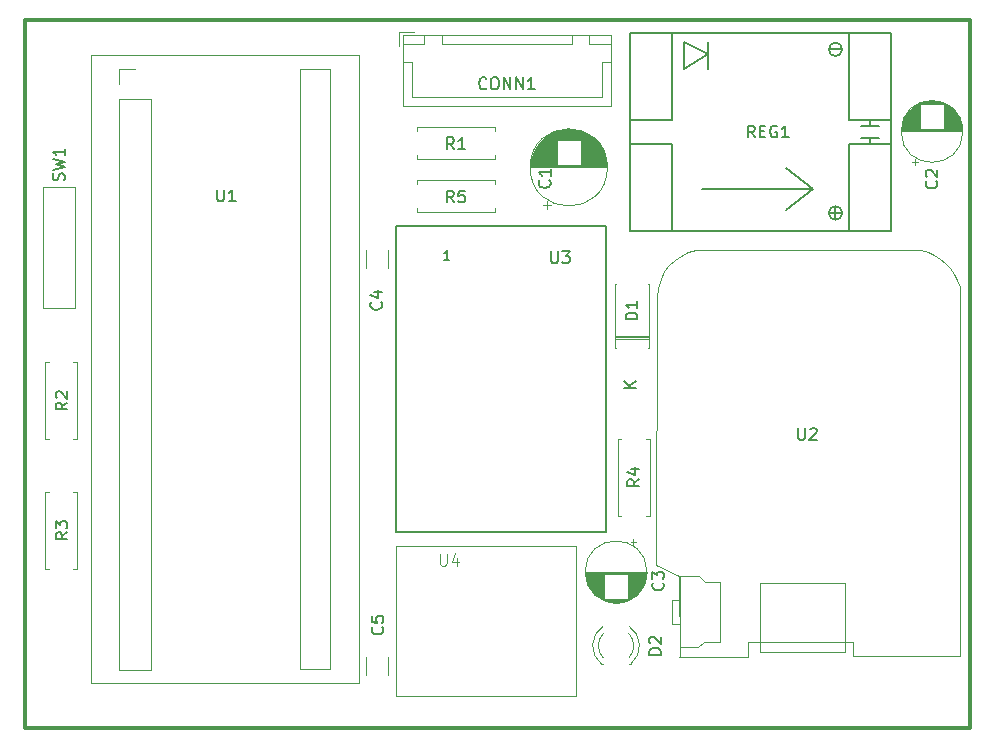
<source format=gbr>
%TF.GenerationSoftware,KiCad,Pcbnew,9.0.3*%
%TF.CreationDate,2025-07-12T12:33:21+07:00*%
%TF.ProjectId,CFBoard,4346426f-6172-4642-9e6b-696361645f70,rev?*%
%TF.SameCoordinates,Original*%
%TF.FileFunction,Legend,Top*%
%TF.FilePolarity,Positive*%
%FSLAX45Y45*%
G04 Gerber Fmt 4.5, Leading zero omitted, Abs format (unit mm)*
G04 Created by KiCad (PCBNEW 9.0.3) date 2025-07-12 12:33:21*
%MOMM*%
%LPD*%
G01*
G04 APERTURE LIST*
%ADD10C,0.150000*%
%ADD11C,0.100000*%
%ADD12C,0.120000*%
%TA.AperFunction,Profile*%
%ADD13C,0.300000*%
%TD*%
G04 APERTURE END LIST*
D10*
X14716090Y-8403508D02*
X14711328Y-8408270D01*
X14711328Y-8408270D02*
X14697043Y-8413032D01*
X14697043Y-8413032D02*
X14687519Y-8413032D01*
X14687519Y-8413032D02*
X14673233Y-8408270D01*
X14673233Y-8408270D02*
X14663709Y-8398746D01*
X14663709Y-8398746D02*
X14658948Y-8389222D01*
X14658948Y-8389222D02*
X14654186Y-8370175D01*
X14654186Y-8370175D02*
X14654186Y-8355889D01*
X14654186Y-8355889D02*
X14658948Y-8336841D01*
X14658948Y-8336841D02*
X14663709Y-8327318D01*
X14663709Y-8327318D02*
X14673233Y-8317794D01*
X14673233Y-8317794D02*
X14687519Y-8313032D01*
X14687519Y-8313032D02*
X14697043Y-8313032D01*
X14697043Y-8313032D02*
X14711328Y-8317794D01*
X14711328Y-8317794D02*
X14716090Y-8322556D01*
X14777995Y-8313032D02*
X14797043Y-8313032D01*
X14797043Y-8313032D02*
X14806567Y-8317794D01*
X14806567Y-8317794D02*
X14816090Y-8327318D01*
X14816090Y-8327318D02*
X14820852Y-8346365D01*
X14820852Y-8346365D02*
X14820852Y-8379698D01*
X14820852Y-8379698D02*
X14816090Y-8398746D01*
X14816090Y-8398746D02*
X14806567Y-8408270D01*
X14806567Y-8408270D02*
X14797043Y-8413032D01*
X14797043Y-8413032D02*
X14777995Y-8413032D01*
X14777995Y-8413032D02*
X14768471Y-8408270D01*
X14768471Y-8408270D02*
X14758948Y-8398746D01*
X14758948Y-8398746D02*
X14754186Y-8379698D01*
X14754186Y-8379698D02*
X14754186Y-8346365D01*
X14754186Y-8346365D02*
X14758948Y-8327318D01*
X14758948Y-8327318D02*
X14768471Y-8317794D01*
X14768471Y-8317794D02*
X14777995Y-8313032D01*
X14863709Y-8413032D02*
X14863709Y-8313032D01*
X14863709Y-8313032D02*
X14920852Y-8413032D01*
X14920852Y-8413032D02*
X14920852Y-8313032D01*
X14968471Y-8413032D02*
X14968471Y-8313032D01*
X14968471Y-8313032D02*
X15025614Y-8413032D01*
X15025614Y-8413032D02*
X15025614Y-8313032D01*
X15125614Y-8413032D02*
X15068471Y-8413032D01*
X15097043Y-8413032D02*
X15097043Y-8313032D01*
X15097043Y-8313032D02*
X15087519Y-8327318D01*
X15087519Y-8327318D02*
X15077995Y-8336841D01*
X15077995Y-8336841D02*
X15068471Y-8341603D01*
X13825858Y-10216217D02*
X13830620Y-10220979D01*
X13830620Y-10220979D02*
X13835382Y-10235264D01*
X13835382Y-10235264D02*
X13835382Y-10244788D01*
X13835382Y-10244788D02*
X13830620Y-10259074D01*
X13830620Y-10259074D02*
X13821096Y-10268598D01*
X13821096Y-10268598D02*
X13811572Y-10273359D01*
X13811572Y-10273359D02*
X13792525Y-10278121D01*
X13792525Y-10278121D02*
X13778239Y-10278121D01*
X13778239Y-10278121D02*
X13759191Y-10273359D01*
X13759191Y-10273359D02*
X13749668Y-10268598D01*
X13749668Y-10268598D02*
X13740144Y-10259074D01*
X13740144Y-10259074D02*
X13735382Y-10244788D01*
X13735382Y-10244788D02*
X13735382Y-10235264D01*
X13735382Y-10235264D02*
X13740144Y-10220979D01*
X13740144Y-10220979D02*
X13744906Y-10216217D01*
X13768715Y-10130502D02*
X13835382Y-10130502D01*
X13730620Y-10154312D02*
X13802048Y-10178121D01*
X13802048Y-10178121D02*
X13802048Y-10116217D01*
X15995482Y-10360809D02*
X15895482Y-10360809D01*
X15895482Y-10360809D02*
X15895482Y-10337000D01*
X15895482Y-10337000D02*
X15900244Y-10322714D01*
X15900244Y-10322714D02*
X15909768Y-10313190D01*
X15909768Y-10313190D02*
X15919291Y-10308429D01*
X15919291Y-10308429D02*
X15938339Y-10303667D01*
X15938339Y-10303667D02*
X15952625Y-10303667D01*
X15952625Y-10303667D02*
X15971672Y-10308429D01*
X15971672Y-10308429D02*
X15981196Y-10313190D01*
X15981196Y-10313190D02*
X15990720Y-10322714D01*
X15990720Y-10322714D02*
X15995482Y-10337000D01*
X15995482Y-10337000D02*
X15995482Y-10360809D01*
X15995482Y-10208429D02*
X15995482Y-10265571D01*
X15995482Y-10237000D02*
X15895482Y-10237000D01*
X15895482Y-10237000D02*
X15909768Y-10246524D01*
X15909768Y-10246524D02*
X15919291Y-10256048D01*
X15919291Y-10256048D02*
X15924053Y-10265571D01*
X15983482Y-10938190D02*
X15883482Y-10938190D01*
X15983482Y-10881048D02*
X15926339Y-10923905D01*
X15883482Y-10881048D02*
X15940625Y-10938190D01*
X16010382Y-11715217D02*
X15962763Y-11748550D01*
X16010382Y-11772359D02*
X15910382Y-11772359D01*
X15910382Y-11772359D02*
X15910382Y-11734264D01*
X15910382Y-11734264D02*
X15915144Y-11724740D01*
X15915144Y-11724740D02*
X15919906Y-11719978D01*
X15919906Y-11719978D02*
X15929429Y-11715217D01*
X15929429Y-11715217D02*
X15943715Y-11715217D01*
X15943715Y-11715217D02*
X15953239Y-11719978D01*
X15953239Y-11719978D02*
X15958001Y-11724740D01*
X15958001Y-11724740D02*
X15962763Y-11734264D01*
X15962763Y-11734264D02*
X15962763Y-11772359D01*
X15943715Y-11629502D02*
X16010382Y-11629502D01*
X15905620Y-11653312D02*
X15977048Y-11677121D01*
X15977048Y-11677121D02*
X15977048Y-11615217D01*
X14442233Y-8920482D02*
X14408900Y-8872863D01*
X14385090Y-8920482D02*
X14385090Y-8820482D01*
X14385090Y-8820482D02*
X14423186Y-8820482D01*
X14423186Y-8820482D02*
X14432709Y-8825244D01*
X14432709Y-8825244D02*
X14437471Y-8830006D01*
X14437471Y-8830006D02*
X14442233Y-8839530D01*
X14442233Y-8839530D02*
X14442233Y-8853815D01*
X14442233Y-8853815D02*
X14437471Y-8863339D01*
X14437471Y-8863339D02*
X14432709Y-8868101D01*
X14432709Y-8868101D02*
X14423186Y-8872863D01*
X14423186Y-8872863D02*
X14385090Y-8872863D01*
X14537471Y-8920482D02*
X14480329Y-8920482D01*
X14508900Y-8920482D02*
X14508900Y-8820482D01*
X14508900Y-8820482D02*
X14499376Y-8834768D01*
X14499376Y-8834768D02*
X14489852Y-8844291D01*
X14489852Y-8844291D02*
X14480329Y-8849053D01*
X11170482Y-11065217D02*
X11122863Y-11098550D01*
X11170482Y-11122359D02*
X11070482Y-11122359D01*
X11070482Y-11122359D02*
X11070482Y-11084264D01*
X11070482Y-11084264D02*
X11075244Y-11074740D01*
X11075244Y-11074740D02*
X11080006Y-11069979D01*
X11080006Y-11069979D02*
X11089530Y-11065217D01*
X11089530Y-11065217D02*
X11103815Y-11065217D01*
X11103815Y-11065217D02*
X11113339Y-11069979D01*
X11113339Y-11069979D02*
X11118101Y-11074740D01*
X11118101Y-11074740D02*
X11122863Y-11084264D01*
X11122863Y-11084264D02*
X11122863Y-11122359D01*
X11080006Y-11027121D02*
X11075244Y-11022359D01*
X11075244Y-11022359D02*
X11070482Y-11012836D01*
X11070482Y-11012836D02*
X11070482Y-10989026D01*
X11070482Y-10989026D02*
X11075244Y-10979502D01*
X11075244Y-10979502D02*
X11080006Y-10974740D01*
X11080006Y-10974740D02*
X11089530Y-10969979D01*
X11089530Y-10969979D02*
X11099053Y-10969979D01*
X11099053Y-10969979D02*
X11113339Y-10974740D01*
X11113339Y-10974740D02*
X11170482Y-11031883D01*
X11170482Y-11031883D02*
X11170482Y-10969979D01*
X16989395Y-8820032D02*
X16956062Y-8772413D01*
X16932252Y-8820032D02*
X16932252Y-8720032D01*
X16932252Y-8720032D02*
X16970348Y-8720032D01*
X16970348Y-8720032D02*
X16979871Y-8724794D01*
X16979871Y-8724794D02*
X16984633Y-8729556D01*
X16984633Y-8729556D02*
X16989395Y-8739080D01*
X16989395Y-8739080D02*
X16989395Y-8753365D01*
X16989395Y-8753365D02*
X16984633Y-8762889D01*
X16984633Y-8762889D02*
X16979871Y-8767651D01*
X16979871Y-8767651D02*
X16970348Y-8772413D01*
X16970348Y-8772413D02*
X16932252Y-8772413D01*
X17032252Y-8767651D02*
X17065586Y-8767651D01*
X17079871Y-8820032D02*
X17032252Y-8820032D01*
X17032252Y-8820032D02*
X17032252Y-8720032D01*
X17032252Y-8720032D02*
X17079871Y-8720032D01*
X17175110Y-8724794D02*
X17165586Y-8720032D01*
X17165586Y-8720032D02*
X17151300Y-8720032D01*
X17151300Y-8720032D02*
X17137014Y-8724794D01*
X17137014Y-8724794D02*
X17127491Y-8734318D01*
X17127491Y-8734318D02*
X17122729Y-8743841D01*
X17122729Y-8743841D02*
X17117967Y-8762889D01*
X17117967Y-8762889D02*
X17117967Y-8777175D01*
X17117967Y-8777175D02*
X17122729Y-8796222D01*
X17122729Y-8796222D02*
X17127491Y-8805746D01*
X17127491Y-8805746D02*
X17137014Y-8815270D01*
X17137014Y-8815270D02*
X17151300Y-8820032D01*
X17151300Y-8820032D02*
X17160824Y-8820032D01*
X17160824Y-8820032D02*
X17175110Y-8815270D01*
X17175110Y-8815270D02*
X17179871Y-8810508D01*
X17179871Y-8810508D02*
X17179871Y-8777175D01*
X17179871Y-8777175D02*
X17160824Y-8777175D01*
X17275110Y-8820032D02*
X17217967Y-8820032D01*
X17246538Y-8820032D02*
X17246538Y-8720032D01*
X17246538Y-8720032D02*
X17237014Y-8734318D01*
X17237014Y-8734318D02*
X17227491Y-8743841D01*
X17227491Y-8743841D02*
X17217967Y-8748603D01*
D11*
X14323809Y-12345742D02*
X14323809Y-12426694D01*
X14323809Y-12426694D02*
X14328571Y-12436218D01*
X14328571Y-12436218D02*
X14333333Y-12440980D01*
X14333333Y-12440980D02*
X14342857Y-12445742D01*
X14342857Y-12445742D02*
X14361905Y-12445742D01*
X14361905Y-12445742D02*
X14371428Y-12440980D01*
X14371428Y-12440980D02*
X14376190Y-12436218D01*
X14376190Y-12436218D02*
X14380952Y-12426694D01*
X14380952Y-12426694D02*
X14380952Y-12345742D01*
X14471428Y-12379075D02*
X14471428Y-12445742D01*
X14447619Y-12340980D02*
X14423809Y-12412408D01*
X14423809Y-12412408D02*
X14485714Y-12412408D01*
D10*
X16210958Y-12591667D02*
X16215720Y-12596428D01*
X16215720Y-12596428D02*
X16220482Y-12610714D01*
X16220482Y-12610714D02*
X16220482Y-12620238D01*
X16220482Y-12620238D02*
X16215720Y-12634524D01*
X16215720Y-12634524D02*
X16206196Y-12644047D01*
X16206196Y-12644047D02*
X16196672Y-12648809D01*
X16196672Y-12648809D02*
X16177625Y-12653571D01*
X16177625Y-12653571D02*
X16163339Y-12653571D01*
X16163339Y-12653571D02*
X16144291Y-12648809D01*
X16144291Y-12648809D02*
X16134768Y-12644047D01*
X16134768Y-12644047D02*
X16125244Y-12634524D01*
X16125244Y-12634524D02*
X16120482Y-12620238D01*
X16120482Y-12620238D02*
X16120482Y-12610714D01*
X16120482Y-12610714D02*
X16125244Y-12596428D01*
X16125244Y-12596428D02*
X16130006Y-12591667D01*
X16120482Y-12558333D02*
X16120482Y-12496428D01*
X16120482Y-12496428D02*
X16158577Y-12529762D01*
X16158577Y-12529762D02*
X16158577Y-12515476D01*
X16158577Y-12515476D02*
X16163339Y-12505952D01*
X16163339Y-12505952D02*
X16168101Y-12501190D01*
X16168101Y-12501190D02*
X16177625Y-12496428D01*
X16177625Y-12496428D02*
X16201434Y-12496428D01*
X16201434Y-12496428D02*
X16210958Y-12501190D01*
X16210958Y-12501190D02*
X16215720Y-12505952D01*
X16215720Y-12505952D02*
X16220482Y-12515476D01*
X16220482Y-12515476D02*
X16220482Y-12544047D01*
X16220482Y-12544047D02*
X16215720Y-12553571D01*
X16215720Y-12553571D02*
X16210958Y-12558333D01*
X12438709Y-9263032D02*
X12438709Y-9343984D01*
X12438709Y-9343984D02*
X12443471Y-9353508D01*
X12443471Y-9353508D02*
X12448233Y-9358270D01*
X12448233Y-9358270D02*
X12457757Y-9363032D01*
X12457757Y-9363032D02*
X12476805Y-9363032D01*
X12476805Y-9363032D02*
X12486328Y-9358270D01*
X12486328Y-9358270D02*
X12491090Y-9353508D01*
X12491090Y-9353508D02*
X12495852Y-9343984D01*
X12495852Y-9343984D02*
X12495852Y-9263032D01*
X12595852Y-9363032D02*
X12538709Y-9363032D01*
X12567281Y-9363032D02*
X12567281Y-9263032D01*
X12567281Y-9263032D02*
X12557757Y-9277318D01*
X12557757Y-9277318D02*
X12548233Y-9286841D01*
X12548233Y-9286841D02*
X12538709Y-9291603D01*
X18525858Y-9191217D02*
X18530620Y-9195979D01*
X18530620Y-9195979D02*
X18535382Y-9210264D01*
X18535382Y-9210264D02*
X18535382Y-9219788D01*
X18535382Y-9219788D02*
X18530620Y-9234074D01*
X18530620Y-9234074D02*
X18521096Y-9243598D01*
X18521096Y-9243598D02*
X18511572Y-9248359D01*
X18511572Y-9248359D02*
X18492525Y-9253121D01*
X18492525Y-9253121D02*
X18478239Y-9253121D01*
X18478239Y-9253121D02*
X18459191Y-9248359D01*
X18459191Y-9248359D02*
X18449668Y-9243598D01*
X18449668Y-9243598D02*
X18440144Y-9234074D01*
X18440144Y-9234074D02*
X18435382Y-9219788D01*
X18435382Y-9219788D02*
X18435382Y-9210264D01*
X18435382Y-9210264D02*
X18440144Y-9195979D01*
X18440144Y-9195979D02*
X18444906Y-9191217D01*
X18444906Y-9153121D02*
X18440144Y-9148359D01*
X18440144Y-9148359D02*
X18435382Y-9138836D01*
X18435382Y-9138836D02*
X18435382Y-9115026D01*
X18435382Y-9115026D02*
X18440144Y-9105502D01*
X18440144Y-9105502D02*
X18444906Y-9100740D01*
X18444906Y-9100740D02*
X18454430Y-9095979D01*
X18454430Y-9095979D02*
X18463953Y-9095979D01*
X18463953Y-9095979D02*
X18478239Y-9100740D01*
X18478239Y-9100740D02*
X18535382Y-9157883D01*
X18535382Y-9157883D02*
X18535382Y-9095979D01*
X15250858Y-9184217D02*
X15255620Y-9188979D01*
X15255620Y-9188979D02*
X15260382Y-9203264D01*
X15260382Y-9203264D02*
X15260382Y-9212788D01*
X15260382Y-9212788D02*
X15255620Y-9227074D01*
X15255620Y-9227074D02*
X15246096Y-9236598D01*
X15246096Y-9236598D02*
X15236572Y-9241359D01*
X15236572Y-9241359D02*
X15217525Y-9246121D01*
X15217525Y-9246121D02*
X15203239Y-9246121D01*
X15203239Y-9246121D02*
X15184191Y-9241359D01*
X15184191Y-9241359D02*
X15174668Y-9236598D01*
X15174668Y-9236598D02*
X15165144Y-9227074D01*
X15165144Y-9227074D02*
X15160382Y-9212788D01*
X15160382Y-9212788D02*
X15160382Y-9203264D01*
X15160382Y-9203264D02*
X15165144Y-9188979D01*
X15165144Y-9188979D02*
X15169906Y-9184217D01*
X15260382Y-9088979D02*
X15260382Y-9146121D01*
X15260382Y-9117550D02*
X15160382Y-9117550D01*
X15160382Y-9117550D02*
X15174668Y-9127074D01*
X15174668Y-9127074D02*
X15184191Y-9136598D01*
X15184191Y-9136598D02*
X15188953Y-9146121D01*
X11170482Y-12165217D02*
X11122863Y-12198550D01*
X11170482Y-12222359D02*
X11070482Y-12222359D01*
X11070482Y-12222359D02*
X11070482Y-12184264D01*
X11070482Y-12184264D02*
X11075244Y-12174740D01*
X11075244Y-12174740D02*
X11080006Y-12169978D01*
X11080006Y-12169978D02*
X11089530Y-12165217D01*
X11089530Y-12165217D02*
X11103815Y-12165217D01*
X11103815Y-12165217D02*
X11113339Y-12169978D01*
X11113339Y-12169978D02*
X11118101Y-12174740D01*
X11118101Y-12174740D02*
X11122863Y-12184264D01*
X11122863Y-12184264D02*
X11122863Y-12222359D01*
X11070482Y-12131883D02*
X11070482Y-12069978D01*
X11070482Y-12069978D02*
X11108577Y-12103312D01*
X11108577Y-12103312D02*
X11108577Y-12089026D01*
X11108577Y-12089026D02*
X11113339Y-12079502D01*
X11113339Y-12079502D02*
X11118101Y-12074740D01*
X11118101Y-12074740D02*
X11127625Y-12069978D01*
X11127625Y-12069978D02*
X11151434Y-12069978D01*
X11151434Y-12069978D02*
X11160958Y-12074740D01*
X11160958Y-12074740D02*
X11165720Y-12079502D01*
X11165720Y-12079502D02*
X11170482Y-12089026D01*
X11170482Y-12089026D02*
X11170482Y-12117597D01*
X11170482Y-12117597D02*
X11165720Y-12127121D01*
X11165720Y-12127121D02*
X11160958Y-12131883D01*
X16195482Y-13198809D02*
X16095482Y-13198809D01*
X16095482Y-13198809D02*
X16095482Y-13175000D01*
X16095482Y-13175000D02*
X16100244Y-13160714D01*
X16100244Y-13160714D02*
X16109768Y-13151190D01*
X16109768Y-13151190D02*
X16119291Y-13146428D01*
X16119291Y-13146428D02*
X16138339Y-13141667D01*
X16138339Y-13141667D02*
X16152625Y-13141667D01*
X16152625Y-13141667D02*
X16171672Y-13146428D01*
X16171672Y-13146428D02*
X16181196Y-13151190D01*
X16181196Y-13151190D02*
X16190720Y-13160714D01*
X16190720Y-13160714D02*
X16195482Y-13175000D01*
X16195482Y-13175000D02*
X16195482Y-13198809D01*
X16105006Y-13103571D02*
X16100244Y-13098809D01*
X16100244Y-13098809D02*
X16095482Y-13089286D01*
X16095482Y-13089286D02*
X16095482Y-13065476D01*
X16095482Y-13065476D02*
X16100244Y-13055952D01*
X16100244Y-13055952D02*
X16105006Y-13051190D01*
X16105006Y-13051190D02*
X16114529Y-13046428D01*
X16114529Y-13046428D02*
X16124053Y-13046428D01*
X16124053Y-13046428D02*
X16138339Y-13051190D01*
X16138339Y-13051190D02*
X16195482Y-13108333D01*
X16195482Y-13108333D02*
X16195482Y-13046428D01*
X17356710Y-11282032D02*
X17356710Y-11362984D01*
X17356710Y-11362984D02*
X17361471Y-11372508D01*
X17361471Y-11372508D02*
X17366233Y-11377270D01*
X17366233Y-11377270D02*
X17375757Y-11382032D01*
X17375757Y-11382032D02*
X17394805Y-11382032D01*
X17394805Y-11382032D02*
X17404329Y-11377270D01*
X17404329Y-11377270D02*
X17409090Y-11372508D01*
X17409090Y-11372508D02*
X17413852Y-11362984D01*
X17413852Y-11362984D02*
X17413852Y-11282032D01*
X17456710Y-11291556D02*
X17461471Y-11286794D01*
X17461471Y-11286794D02*
X17470995Y-11282032D01*
X17470995Y-11282032D02*
X17494805Y-11282032D01*
X17494805Y-11282032D02*
X17504329Y-11286794D01*
X17504329Y-11286794D02*
X17509090Y-11291556D01*
X17509090Y-11291556D02*
X17513852Y-11301079D01*
X17513852Y-11301079D02*
X17513852Y-11310603D01*
X17513852Y-11310603D02*
X17509090Y-11324889D01*
X17509090Y-11324889D02*
X17451948Y-11382032D01*
X17451948Y-11382032D02*
X17513852Y-11382032D01*
X14442233Y-9370482D02*
X14408900Y-9322863D01*
X14385090Y-9370482D02*
X14385090Y-9270482D01*
X14385090Y-9270482D02*
X14423186Y-9270482D01*
X14423186Y-9270482D02*
X14432709Y-9275244D01*
X14432709Y-9275244D02*
X14437471Y-9280006D01*
X14437471Y-9280006D02*
X14442233Y-9289530D01*
X14442233Y-9289530D02*
X14442233Y-9303815D01*
X14442233Y-9303815D02*
X14437471Y-9313339D01*
X14437471Y-9313339D02*
X14432709Y-9318101D01*
X14432709Y-9318101D02*
X14423186Y-9322863D01*
X14423186Y-9322863D02*
X14385090Y-9322863D01*
X14532709Y-9270482D02*
X14485090Y-9270482D01*
X14485090Y-9270482D02*
X14480329Y-9318101D01*
X14480329Y-9318101D02*
X14485090Y-9313339D01*
X14485090Y-9313339D02*
X14494614Y-9308577D01*
X14494614Y-9308577D02*
X14518424Y-9308577D01*
X14518424Y-9308577D02*
X14527948Y-9313339D01*
X14527948Y-9313339D02*
X14532709Y-9318101D01*
X14532709Y-9318101D02*
X14537471Y-9327625D01*
X14537471Y-9327625D02*
X14537471Y-9351434D01*
X14537471Y-9351434D02*
X14532709Y-9360958D01*
X14532709Y-9360958D02*
X14527948Y-9365720D01*
X14527948Y-9365720D02*
X14518424Y-9370482D01*
X14518424Y-9370482D02*
X14494614Y-9370482D01*
X14494614Y-9370482D02*
X14485090Y-9365720D01*
X14485090Y-9365720D02*
X14480329Y-9360958D01*
X13835958Y-12966667D02*
X13840720Y-12971428D01*
X13840720Y-12971428D02*
X13845482Y-12985714D01*
X13845482Y-12985714D02*
X13845482Y-12995238D01*
X13845482Y-12995238D02*
X13840720Y-13009524D01*
X13840720Y-13009524D02*
X13831196Y-13019047D01*
X13831196Y-13019047D02*
X13821672Y-13023809D01*
X13821672Y-13023809D02*
X13802625Y-13028571D01*
X13802625Y-13028571D02*
X13788339Y-13028571D01*
X13788339Y-13028571D02*
X13769291Y-13023809D01*
X13769291Y-13023809D02*
X13759768Y-13019047D01*
X13759768Y-13019047D02*
X13750244Y-13009524D01*
X13750244Y-13009524D02*
X13745482Y-12995238D01*
X13745482Y-12995238D02*
X13745482Y-12985714D01*
X13745482Y-12985714D02*
X13750244Y-12971428D01*
X13750244Y-12971428D02*
X13755006Y-12966667D01*
X13745482Y-12876190D02*
X13745482Y-12923809D01*
X13745482Y-12923809D02*
X13793101Y-12928571D01*
X13793101Y-12928571D02*
X13788339Y-12923809D01*
X13788339Y-12923809D02*
X13783577Y-12914286D01*
X13783577Y-12914286D02*
X13783577Y-12890476D01*
X13783577Y-12890476D02*
X13788339Y-12880952D01*
X13788339Y-12880952D02*
X13793101Y-12876190D01*
X13793101Y-12876190D02*
X13802625Y-12871428D01*
X13802625Y-12871428D02*
X13826434Y-12871428D01*
X13826434Y-12871428D02*
X13835958Y-12876190D01*
X13835958Y-12876190D02*
X13840720Y-12880952D01*
X13840720Y-12880952D02*
X13845482Y-12890476D01*
X13845482Y-12890476D02*
X13845482Y-12914286D01*
X13845482Y-12914286D02*
X13840720Y-12923809D01*
X13840720Y-12923809D02*
X13835958Y-12928571D01*
X11140720Y-9183333D02*
X11145482Y-9169048D01*
X11145482Y-9169048D02*
X11145482Y-9145238D01*
X11145482Y-9145238D02*
X11140720Y-9135714D01*
X11140720Y-9135714D02*
X11135958Y-9130952D01*
X11135958Y-9130952D02*
X11126434Y-9126190D01*
X11126434Y-9126190D02*
X11116910Y-9126190D01*
X11116910Y-9126190D02*
X11107387Y-9130952D01*
X11107387Y-9130952D02*
X11102625Y-9135714D01*
X11102625Y-9135714D02*
X11097863Y-9145238D01*
X11097863Y-9145238D02*
X11093101Y-9164286D01*
X11093101Y-9164286D02*
X11088339Y-9173809D01*
X11088339Y-9173809D02*
X11083577Y-9178571D01*
X11083577Y-9178571D02*
X11074053Y-9183333D01*
X11074053Y-9183333D02*
X11064530Y-9183333D01*
X11064530Y-9183333D02*
X11055006Y-9178571D01*
X11055006Y-9178571D02*
X11050244Y-9173809D01*
X11050244Y-9173809D02*
X11045482Y-9164286D01*
X11045482Y-9164286D02*
X11045482Y-9140476D01*
X11045482Y-9140476D02*
X11050244Y-9126190D01*
X11045482Y-9092857D02*
X11145482Y-9069048D01*
X11145482Y-9069048D02*
X11074053Y-9050000D01*
X11074053Y-9050000D02*
X11145482Y-9030952D01*
X11145482Y-9030952D02*
X11045482Y-9007143D01*
X11145482Y-8916667D02*
X11145482Y-8973809D01*
X11145482Y-8945238D02*
X11045482Y-8945238D01*
X11045482Y-8945238D02*
X11059768Y-8954762D01*
X11059768Y-8954762D02*
X11069291Y-8964286D01*
X11069291Y-8964286D02*
X11074053Y-8973809D01*
X15263809Y-9785482D02*
X15263809Y-9866434D01*
X15263809Y-9866434D02*
X15268571Y-9875958D01*
X15268571Y-9875958D02*
X15273333Y-9880720D01*
X15273333Y-9880720D02*
X15282857Y-9885482D01*
X15282857Y-9885482D02*
X15301905Y-9885482D01*
X15301905Y-9885482D02*
X15311428Y-9880720D01*
X15311428Y-9880720D02*
X15316190Y-9875958D01*
X15316190Y-9875958D02*
X15320952Y-9866434D01*
X15320952Y-9866434D02*
X15320952Y-9785482D01*
X15359048Y-9785482D02*
X15420952Y-9785482D01*
X15420952Y-9785482D02*
X15387619Y-9823577D01*
X15387619Y-9823577D02*
X15401905Y-9823577D01*
X15401905Y-9823577D02*
X15411428Y-9828339D01*
X15411428Y-9828339D02*
X15416190Y-9833101D01*
X15416190Y-9833101D02*
X15420952Y-9842625D01*
X15420952Y-9842625D02*
X15420952Y-9866434D01*
X15420952Y-9866434D02*
X15416190Y-9875958D01*
X15416190Y-9875958D02*
X15411428Y-9880720D01*
X15411428Y-9880720D02*
X15401905Y-9885482D01*
X15401905Y-9885482D02*
X15373333Y-9885482D01*
X15373333Y-9885482D02*
X15363809Y-9880720D01*
X15363809Y-9880720D02*
X15359048Y-9875958D01*
X14402857Y-9856230D02*
X14357143Y-9856230D01*
X14380000Y-9856230D02*
X14380000Y-9776230D01*
X14380000Y-9776230D02*
X14372381Y-9787658D01*
X14372381Y-9787658D02*
X14364762Y-9795277D01*
X14364762Y-9795277D02*
X14357143Y-9799087D01*
D12*
%TO.C,CONN1*%
X13979900Y-7924550D02*
X13979900Y-8049550D01*
X14008900Y-7953550D02*
X14008900Y-8550550D01*
X14008900Y-8550550D02*
X15770900Y-8550550D01*
X14009900Y-7954550D02*
X14009900Y-8029550D01*
X14009900Y-8029550D02*
X14189900Y-8029550D01*
X14009900Y-8179550D02*
X14084900Y-8179550D01*
X14084900Y-8179550D02*
X14084900Y-8474550D01*
X14084900Y-8474550D02*
X14889900Y-8474550D01*
X14104900Y-7924550D02*
X13979900Y-7924550D01*
X14189900Y-7954550D02*
X14009900Y-7954550D01*
X14189900Y-8029550D02*
X14189900Y-7954550D01*
X14339900Y-7954550D02*
X14339900Y-8029550D01*
X14339900Y-8029550D02*
X15439900Y-8029550D01*
X15439900Y-7954550D02*
X14339900Y-7954550D01*
X15439900Y-8029550D02*
X15439900Y-7954550D01*
X15589900Y-7954550D02*
X15589900Y-8029550D01*
X15589900Y-8029550D02*
X15769900Y-8029550D01*
X15694900Y-8179550D02*
X15694900Y-8474550D01*
X15694900Y-8474550D02*
X14889900Y-8474550D01*
X15769900Y-7954550D02*
X15589900Y-7954550D01*
X15769900Y-8029550D02*
X15769900Y-7954550D01*
X15769900Y-8179550D02*
X15694900Y-8179550D01*
X15770900Y-7953550D02*
X14008900Y-7953550D01*
X15770900Y-8550550D02*
X15770900Y-7953550D01*
%TO.C,C4*%
X13697900Y-9773050D02*
X13697900Y-9926050D01*
X13881900Y-9773050D02*
X13881900Y-9926050D01*
%TO.C,D1*%
X15803000Y-10059000D02*
X15816000Y-10059000D01*
X15803000Y-10501000D02*
X16097000Y-10501000D01*
X15803000Y-10513000D02*
X16097000Y-10513000D01*
X15803000Y-10525000D02*
X16097000Y-10525000D01*
X15803000Y-10603000D02*
X15803000Y-10059000D01*
X15816000Y-10603000D02*
X15803000Y-10603000D01*
X16084000Y-10603000D02*
X16097000Y-10603000D01*
X16097000Y-10059000D02*
X16084000Y-10059000D01*
X16097000Y-10603000D02*
X16097000Y-10059000D01*
%TO.C,R4*%
X15827900Y-11371550D02*
X15827900Y-12025550D01*
X15827900Y-12025550D02*
X15860900Y-12025550D01*
X15860900Y-11371550D02*
X15827900Y-11371550D01*
X16068900Y-11371550D02*
X16101900Y-11371550D01*
X16101900Y-11371550D02*
X16101900Y-12025550D01*
X16101900Y-12025550D02*
X16068900Y-12025550D01*
%TO.C,R1*%
X14131900Y-8730550D02*
X14131900Y-8763550D01*
X14131900Y-9004550D02*
X14131900Y-8971550D01*
X14785900Y-8730550D02*
X14131900Y-8730550D01*
X14785900Y-8763550D02*
X14785900Y-8730550D01*
X14785900Y-8971550D02*
X14785900Y-9004550D01*
X14785900Y-9004550D02*
X14131900Y-9004550D01*
%TO.C,R2*%
X10977900Y-10721550D02*
X10977900Y-11375550D01*
X10977900Y-11375550D02*
X11010900Y-11375550D01*
X11010900Y-10721550D02*
X10977900Y-10721550D01*
X11218900Y-10721550D02*
X11251900Y-10721550D01*
X11251900Y-10721550D02*
X11251900Y-11375550D01*
X11251900Y-11375550D02*
X11218900Y-11375550D01*
D10*
%TO.C,REG1*%
X15932900Y-7936350D02*
X18142700Y-7936350D01*
X15932900Y-8874550D02*
X16288500Y-8874550D01*
X15932900Y-9612750D02*
X15932900Y-7936350D01*
X16288500Y-7936350D02*
X16288500Y-8674550D01*
X16288500Y-8674550D02*
X15932900Y-8674550D01*
X16288500Y-8874550D02*
X16288500Y-9612750D01*
X16390100Y-8012550D02*
X16390100Y-8241150D01*
X16390100Y-8241150D02*
X16593300Y-8114150D01*
X16542500Y-9257150D02*
X17482300Y-9257150D01*
X16593300Y-8012550D02*
X16593300Y-8241150D01*
X16593300Y-8114150D02*
X16390100Y-8012550D01*
X17482300Y-9257150D02*
X17253700Y-9079350D01*
X17482300Y-9257150D02*
X17253700Y-9434950D01*
X17622000Y-8076050D02*
X17723600Y-8076050D01*
X17622000Y-9460350D02*
X17723600Y-9460350D01*
X17672800Y-9409550D02*
X17672800Y-9511150D01*
X17787100Y-8672950D02*
X17787100Y-7936350D01*
X17787100Y-8876150D02*
X18142700Y-8876150D01*
X17787800Y-9614550D02*
X17787062Y-8876150D01*
X17888700Y-8723750D02*
X18041100Y-8723750D01*
X17888700Y-8825350D02*
X17964900Y-8825350D01*
X17964900Y-8672950D02*
X17964900Y-8723750D01*
X17964900Y-8723750D02*
X17888700Y-8723750D01*
X17964900Y-8825350D02*
X17964900Y-8876150D01*
X18041100Y-8825350D02*
X17888700Y-8825350D01*
X18142700Y-7936350D02*
X18142700Y-9612750D01*
X18142700Y-8672950D02*
X17787100Y-8672950D01*
X18142700Y-9612750D02*
X15932900Y-9612750D01*
X17729596Y-8076050D02*
G75*
G02*
X17616004Y-8076050I-56796J0D01*
G01*
X17616004Y-8076050D02*
G75*
G02*
X17729596Y-8076050I56796J0D01*
G01*
X17729596Y-9460350D02*
G75*
G02*
X17616004Y-9460350I-56796J0D01*
G01*
X17616004Y-9460350D02*
G75*
G02*
X17729596Y-9460350I56796J0D01*
G01*
%TO.C,U4*%
D11*
X13952900Y-13552550D02*
X15476900Y-13552550D01*
X15476900Y-12282550D01*
X13952900Y-12282550D01*
X13952900Y-13552550D01*
D12*
%TO.C,C3*%
X15710900Y-12523550D02*
X15558000Y-12523550D01*
X15710900Y-12527550D02*
X15558400Y-12527550D01*
X15710900Y-12531550D02*
X15558900Y-12531550D01*
X15710900Y-12535550D02*
X15559400Y-12535550D01*
X15710900Y-12539550D02*
X15560000Y-12539550D01*
X15710900Y-12543550D02*
X15560600Y-12543550D01*
X15710900Y-12547550D02*
X15561300Y-12547550D01*
X15710900Y-12551550D02*
X15562100Y-12551550D01*
X15710900Y-12555550D02*
X15563000Y-12555550D01*
X15710900Y-12559550D02*
X15563900Y-12559550D01*
X15710900Y-12563550D02*
X15564800Y-12563550D01*
X15710900Y-12567550D02*
X15565900Y-12567550D01*
X15710900Y-12571550D02*
X15567000Y-12571550D01*
X15710900Y-12575550D02*
X15568200Y-12575550D01*
X15710900Y-12579550D02*
X15569400Y-12579550D01*
X15710900Y-12583550D02*
X15570700Y-12583550D01*
X15710900Y-12587550D02*
X15572100Y-12587550D01*
X15710900Y-12591550D02*
X15573600Y-12591550D01*
X15710900Y-12595550D02*
X15575100Y-12595550D01*
X15710900Y-12599550D02*
X15576700Y-12599550D01*
X15710900Y-12603550D02*
X15578400Y-12603550D01*
X15710900Y-12607550D02*
X15580200Y-12607550D01*
X15710900Y-12611550D02*
X15582000Y-12611550D01*
X15710900Y-12615550D02*
X15584000Y-12615550D01*
X15710900Y-12619550D02*
X15586000Y-12619550D01*
X15710900Y-12623550D02*
X15588100Y-12623550D01*
X15710900Y-12627550D02*
X15590300Y-12627550D01*
X15710900Y-12631550D02*
X15592600Y-12631550D01*
X15710900Y-12635550D02*
X15595000Y-12635550D01*
X15710900Y-12639550D02*
X15597400Y-12639550D01*
X15710900Y-12643550D02*
X15600000Y-12643550D01*
X15710900Y-12647550D02*
X15602700Y-12647550D01*
X15710900Y-12651550D02*
X15605500Y-12651550D01*
X15710900Y-12655550D02*
X15608400Y-12655550D01*
X15710900Y-12659550D02*
X15611400Y-12659550D01*
X15710900Y-12663550D02*
X15614600Y-12663550D01*
X15710900Y-12667550D02*
X15617900Y-12667550D01*
X15710900Y-12671550D02*
X15621300Y-12671550D01*
X15710900Y-12675550D02*
X15624800Y-12675550D01*
X15710900Y-12679550D02*
X15628500Y-12679550D01*
X15710900Y-12683550D02*
X15632400Y-12683550D01*
X15710900Y-12687550D02*
X15636400Y-12687550D01*
X15710900Y-12691550D02*
X15640600Y-12691550D01*
X15710900Y-12695550D02*
X15645000Y-12695550D01*
X15710900Y-12699550D02*
X15649700Y-12699550D01*
X15710900Y-12703550D02*
X15654500Y-12703550D01*
X15710900Y-12707550D02*
X15659600Y-12707550D01*
X15710900Y-12711550D02*
X15665000Y-12711550D01*
X15710900Y-12715550D02*
X15670600Y-12715550D01*
X15710900Y-12719550D02*
X15676600Y-12719550D01*
X15710900Y-12723550D02*
X15683000Y-12723550D01*
X15710900Y-12727550D02*
X15689800Y-12727550D01*
X15843200Y-12759550D02*
X15786600Y-12759550D01*
X15866600Y-12755550D02*
X15763200Y-12755550D01*
X15882600Y-12751550D02*
X15747200Y-12751550D01*
X15895400Y-12747550D02*
X15734400Y-12747550D01*
X15906300Y-12743550D02*
X15723500Y-12743550D01*
X15916000Y-12739550D02*
X15713800Y-12739550D01*
X15924700Y-12735550D02*
X15705100Y-12735550D01*
X15932600Y-12731550D02*
X15697200Y-12731550D01*
X15940000Y-12727550D02*
X15918900Y-12727550D01*
X15946800Y-12723550D02*
X15918900Y-12723550D01*
X15953200Y-12719550D02*
X15918900Y-12719550D01*
X15959200Y-12715550D02*
X15918900Y-12715550D01*
X15962400Y-12219072D02*
X15962400Y-12269072D01*
X15964800Y-12711550D02*
X15918900Y-12711550D01*
X15970200Y-12707550D02*
X15918900Y-12707550D01*
X15975300Y-12703550D02*
X15918900Y-12703550D01*
X15980100Y-12699550D02*
X15918900Y-12699550D01*
X15984800Y-12695550D02*
X15918900Y-12695550D01*
X15987400Y-12244072D02*
X15937400Y-12244072D01*
X15989200Y-12691550D02*
X15918900Y-12691550D01*
X15993400Y-12687550D02*
X15918900Y-12687550D01*
X15997400Y-12683550D02*
X15918900Y-12683550D01*
X16001300Y-12679550D02*
X15918900Y-12679550D01*
X16005000Y-12675550D02*
X15918900Y-12675550D01*
X16008500Y-12671550D02*
X15918900Y-12671550D01*
X16011900Y-12667550D02*
X15918900Y-12667550D01*
X16015200Y-12663550D02*
X15918900Y-12663550D01*
X16018400Y-12659550D02*
X15918900Y-12659550D01*
X16021400Y-12655550D02*
X15918900Y-12655550D01*
X16024300Y-12651550D02*
X15918900Y-12651550D01*
X16027100Y-12647550D02*
X15918900Y-12647550D01*
X16029800Y-12643550D02*
X15918900Y-12643550D01*
X16032400Y-12639550D02*
X15918900Y-12639550D01*
X16034800Y-12635550D02*
X15918900Y-12635550D01*
X16037200Y-12631550D02*
X15918900Y-12631550D01*
X16039500Y-12627550D02*
X15918900Y-12627550D01*
X16041700Y-12623550D02*
X15918900Y-12623550D01*
X16043800Y-12619550D02*
X15918900Y-12619550D01*
X16045800Y-12615550D02*
X15918900Y-12615550D01*
X16047800Y-12611550D02*
X15918900Y-12611550D01*
X16049600Y-12607550D02*
X15918900Y-12607550D01*
X16051400Y-12603550D02*
X15918900Y-12603550D01*
X16053100Y-12599550D02*
X15918900Y-12599550D01*
X16054700Y-12595550D02*
X15918900Y-12595550D01*
X16056200Y-12591550D02*
X15918900Y-12591550D01*
X16057700Y-12587550D02*
X15918900Y-12587550D01*
X16059100Y-12583550D02*
X15918900Y-12583550D01*
X16060400Y-12579550D02*
X15918900Y-12579550D01*
X16061600Y-12575550D02*
X15918900Y-12575550D01*
X16062800Y-12571550D02*
X15918900Y-12571550D01*
X16063900Y-12567550D02*
X15918900Y-12567550D01*
X16065000Y-12563550D02*
X15918900Y-12563550D01*
X16065900Y-12559550D02*
X15918900Y-12559550D01*
X16066800Y-12555550D02*
X15918900Y-12555550D01*
X16067700Y-12551550D02*
X15918900Y-12551550D01*
X16068500Y-12547550D02*
X15918900Y-12547550D01*
X16069200Y-12543550D02*
X15918900Y-12543550D01*
X16069800Y-12539550D02*
X15918900Y-12539550D01*
X16070400Y-12535550D02*
X15918900Y-12535550D01*
X16070900Y-12531550D02*
X15918900Y-12531550D01*
X16071400Y-12527550D02*
X15918900Y-12527550D01*
X16071800Y-12523550D02*
X15918900Y-12523550D01*
X16072100Y-12519550D02*
X15557700Y-12519550D01*
X16072400Y-12515550D02*
X15557400Y-12515550D01*
X16072600Y-12511550D02*
X15557200Y-12511550D01*
X16072800Y-12507550D02*
X15557000Y-12507550D01*
X16072900Y-12499550D02*
X15556900Y-12499550D01*
X16072900Y-12503550D02*
X15556900Y-12503550D01*
X16076900Y-12499550D02*
G75*
G02*
X15552900Y-12499550I-262000J0D01*
G01*
X15552900Y-12499550D02*
G75*
G02*
X16076900Y-12499550I262000J0D01*
G01*
%TO.C,U1*%
X11365400Y-8126050D02*
X13640400Y-8126050D01*
X11365400Y-13441050D02*
X11365400Y-8126050D01*
X11607900Y-8237550D02*
X11740900Y-8237550D01*
X11607900Y-8370550D02*
X11607900Y-8237550D01*
X11607900Y-8497550D02*
X11873900Y-8497550D01*
X11607900Y-13329550D02*
X11607900Y-8497550D01*
X11873900Y-8497550D02*
X11873900Y-13329550D01*
X11873900Y-13329550D02*
X11607900Y-13329550D01*
X13137900Y-8243550D02*
X13391900Y-8243550D01*
X13137900Y-13323550D02*
X13137900Y-8243550D01*
X13391900Y-8243550D02*
X13391900Y-13323550D01*
X13391900Y-13323550D02*
X13137900Y-13323550D01*
X13640400Y-8126050D02*
X13640400Y-13441050D01*
X13640400Y-13441050D02*
X11365400Y-13441050D01*
%TO.C,C2*%
X18231900Y-8766061D02*
X18747900Y-8766061D01*
X18231900Y-8770061D02*
X18747900Y-8770061D01*
X18232000Y-8762061D02*
X18747800Y-8762061D01*
X18232200Y-8758061D02*
X18747600Y-8758061D01*
X18232400Y-8754061D02*
X18747400Y-8754061D01*
X18232700Y-8750061D02*
X18747100Y-8750061D01*
X18233000Y-8746061D02*
X18385900Y-8746061D01*
X18233400Y-8742061D02*
X18385900Y-8742061D01*
X18233900Y-8738061D02*
X18385900Y-8738061D01*
X18234400Y-8734061D02*
X18385900Y-8734061D01*
X18235000Y-8730061D02*
X18385900Y-8730061D01*
X18235600Y-8726061D02*
X18385900Y-8726061D01*
X18236300Y-8722061D02*
X18385900Y-8722061D01*
X18237100Y-8718061D02*
X18385900Y-8718061D01*
X18238000Y-8714061D02*
X18385900Y-8714061D01*
X18238900Y-8710061D02*
X18385900Y-8710061D01*
X18239800Y-8706061D02*
X18385900Y-8706061D01*
X18240900Y-8702061D02*
X18385900Y-8702061D01*
X18242000Y-8698061D02*
X18385900Y-8698061D01*
X18243200Y-8694061D02*
X18385900Y-8694061D01*
X18244400Y-8690061D02*
X18385900Y-8690061D01*
X18245700Y-8686061D02*
X18385900Y-8686061D01*
X18247100Y-8682061D02*
X18385900Y-8682061D01*
X18248600Y-8678061D02*
X18385900Y-8678061D01*
X18250100Y-8674061D02*
X18385900Y-8674061D01*
X18251700Y-8670061D02*
X18385900Y-8670061D01*
X18253400Y-8666061D02*
X18385900Y-8666061D01*
X18255200Y-8662061D02*
X18385900Y-8662061D01*
X18257000Y-8658061D02*
X18385900Y-8658061D01*
X18259000Y-8654061D02*
X18385900Y-8654061D01*
X18261000Y-8650061D02*
X18385900Y-8650061D01*
X18263100Y-8646061D02*
X18385900Y-8646061D01*
X18265300Y-8642061D02*
X18385900Y-8642061D01*
X18267600Y-8638061D02*
X18385900Y-8638061D01*
X18270000Y-8634061D02*
X18385900Y-8634061D01*
X18272400Y-8630061D02*
X18385900Y-8630061D01*
X18275000Y-8626061D02*
X18385900Y-8626061D01*
X18277700Y-8622061D02*
X18385900Y-8622061D01*
X18280500Y-8618061D02*
X18385900Y-8618061D01*
X18283400Y-8614061D02*
X18385900Y-8614061D01*
X18286400Y-8610061D02*
X18385900Y-8610061D01*
X18289600Y-8606061D02*
X18385900Y-8606061D01*
X18292900Y-8602061D02*
X18385900Y-8602061D01*
X18296300Y-8598061D02*
X18385900Y-8598061D01*
X18299800Y-8594061D02*
X18385900Y-8594061D01*
X18303500Y-8590061D02*
X18385900Y-8590061D01*
X18307400Y-8586061D02*
X18385900Y-8586061D01*
X18311400Y-8582061D02*
X18385900Y-8582061D01*
X18315600Y-8578061D02*
X18385900Y-8578061D01*
X18317400Y-9025539D02*
X18367400Y-9025539D01*
X18320000Y-8574061D02*
X18385900Y-8574061D01*
X18324700Y-8570061D02*
X18385900Y-8570061D01*
X18329500Y-8566061D02*
X18385900Y-8566061D01*
X18334600Y-8562061D02*
X18385900Y-8562061D01*
X18340000Y-8558061D02*
X18385900Y-8558061D01*
X18342400Y-9050539D02*
X18342400Y-9000539D01*
X18345600Y-8554061D02*
X18385900Y-8554061D01*
X18351600Y-8550061D02*
X18385900Y-8550061D01*
X18358000Y-8546061D02*
X18385900Y-8546061D01*
X18364800Y-8542061D02*
X18385900Y-8542061D01*
X18372200Y-8538061D02*
X18607600Y-8538061D01*
X18380100Y-8534061D02*
X18599700Y-8534061D01*
X18388800Y-8530061D02*
X18591000Y-8530061D01*
X18398500Y-8526061D02*
X18581300Y-8526061D01*
X18409400Y-8522061D02*
X18570400Y-8522061D01*
X18422200Y-8518061D02*
X18557600Y-8518061D01*
X18438200Y-8514061D02*
X18541600Y-8514061D01*
X18461600Y-8510061D02*
X18518200Y-8510061D01*
X18593900Y-8542061D02*
X18615000Y-8542061D01*
X18593900Y-8546061D02*
X18621800Y-8546061D01*
X18593900Y-8550061D02*
X18628200Y-8550061D01*
X18593900Y-8554061D02*
X18634200Y-8554061D01*
X18593900Y-8558061D02*
X18639800Y-8558061D01*
X18593900Y-8562061D02*
X18645200Y-8562061D01*
X18593900Y-8566061D02*
X18650300Y-8566061D01*
X18593900Y-8570061D02*
X18655100Y-8570061D01*
X18593900Y-8574061D02*
X18659800Y-8574061D01*
X18593900Y-8578061D02*
X18664200Y-8578061D01*
X18593900Y-8582061D02*
X18668400Y-8582061D01*
X18593900Y-8586061D02*
X18672400Y-8586061D01*
X18593900Y-8590061D02*
X18676300Y-8590061D01*
X18593900Y-8594061D02*
X18680000Y-8594061D01*
X18593900Y-8598061D02*
X18683500Y-8598061D01*
X18593900Y-8602061D02*
X18686900Y-8602061D01*
X18593900Y-8606061D02*
X18690200Y-8606061D01*
X18593900Y-8610061D02*
X18693400Y-8610061D01*
X18593900Y-8614061D02*
X18696400Y-8614061D01*
X18593900Y-8618061D02*
X18699300Y-8618061D01*
X18593900Y-8622061D02*
X18702100Y-8622061D01*
X18593900Y-8626061D02*
X18704800Y-8626061D01*
X18593900Y-8630061D02*
X18707400Y-8630061D01*
X18593900Y-8634061D02*
X18709800Y-8634061D01*
X18593900Y-8638061D02*
X18712200Y-8638061D01*
X18593900Y-8642061D02*
X18714500Y-8642061D01*
X18593900Y-8646061D02*
X18716700Y-8646061D01*
X18593900Y-8650061D02*
X18718800Y-8650061D01*
X18593900Y-8654061D02*
X18720800Y-8654061D01*
X18593900Y-8658061D02*
X18722800Y-8658061D01*
X18593900Y-8662061D02*
X18724600Y-8662061D01*
X18593900Y-8666061D02*
X18726400Y-8666061D01*
X18593900Y-8670061D02*
X18728100Y-8670061D01*
X18593900Y-8674061D02*
X18729700Y-8674061D01*
X18593900Y-8678061D02*
X18731200Y-8678061D01*
X18593900Y-8682061D02*
X18732700Y-8682061D01*
X18593900Y-8686061D02*
X18734100Y-8686061D01*
X18593900Y-8690061D02*
X18735400Y-8690061D01*
X18593900Y-8694061D02*
X18736600Y-8694061D01*
X18593900Y-8698061D02*
X18737800Y-8698061D01*
X18593900Y-8702061D02*
X18738900Y-8702061D01*
X18593900Y-8706061D02*
X18740000Y-8706061D01*
X18593900Y-8710061D02*
X18740900Y-8710061D01*
X18593900Y-8714061D02*
X18741800Y-8714061D01*
X18593900Y-8718061D02*
X18742700Y-8718061D01*
X18593900Y-8722061D02*
X18743500Y-8722061D01*
X18593900Y-8726061D02*
X18744200Y-8726061D01*
X18593900Y-8730061D02*
X18744800Y-8730061D01*
X18593900Y-8734061D02*
X18745400Y-8734061D01*
X18593900Y-8738061D02*
X18745900Y-8738061D01*
X18593900Y-8742061D02*
X18746400Y-8742061D01*
X18593900Y-8746061D02*
X18746800Y-8746061D01*
X18751900Y-8770061D02*
G75*
G02*
X18227900Y-8770061I-262000J0D01*
G01*
X18227900Y-8770061D02*
G75*
G02*
X18751900Y-8770061I262000J0D01*
G01*
%TO.C,C1*%
X15091900Y-9070550D02*
X15737900Y-9070550D01*
X15091900Y-9074550D02*
X15737900Y-9074550D01*
X15092000Y-9066550D02*
X15737800Y-9066550D01*
X15092100Y-9062550D02*
X15737700Y-9062550D01*
X15092300Y-9058550D02*
X15737500Y-9058550D01*
X15092500Y-9054550D02*
X15737300Y-9054550D01*
X15092800Y-9050550D02*
X15310900Y-9050550D01*
X15093100Y-9046550D02*
X15310900Y-9046550D01*
X15093500Y-9042550D02*
X15310900Y-9042550D01*
X15093900Y-9038550D02*
X15310900Y-9038550D01*
X15094400Y-9034550D02*
X15310900Y-9034550D01*
X15094900Y-9030550D02*
X15310900Y-9030550D01*
X15095400Y-9026550D02*
X15310900Y-9026550D01*
X15096100Y-9022550D02*
X15310900Y-9022550D01*
X15096700Y-9018550D02*
X15310900Y-9018550D01*
X15097500Y-9014550D02*
X15310900Y-9014550D01*
X15098200Y-9010550D02*
X15310900Y-9010550D01*
X15099000Y-9006550D02*
X15310900Y-9006550D01*
X15099900Y-9002550D02*
X15310900Y-9002550D01*
X15100900Y-8998550D02*
X15310900Y-8998550D01*
X15101800Y-8994550D02*
X15310900Y-8994550D01*
X15102900Y-8990550D02*
X15310900Y-8990550D01*
X15104000Y-8986550D02*
X15310900Y-8986550D01*
X15105100Y-8982550D02*
X15310900Y-8982550D01*
X15106300Y-8978550D02*
X15310900Y-8978550D01*
X15107600Y-8974550D02*
X15310900Y-8974550D01*
X15108900Y-8970550D02*
X15310900Y-8970550D01*
X15110200Y-8966550D02*
X15310900Y-8966550D01*
X15111700Y-8962550D02*
X15310900Y-8962550D01*
X15113200Y-8958550D02*
X15310900Y-8958550D01*
X15114700Y-8954550D02*
X15310900Y-8954550D01*
X15116300Y-8950550D02*
X15310900Y-8950550D01*
X15118000Y-8946550D02*
X15310900Y-8946550D01*
X15119700Y-8942550D02*
X15310900Y-8942550D01*
X15121500Y-8938550D02*
X15310900Y-8938550D01*
X15123400Y-8934550D02*
X15310900Y-8934550D01*
X15125300Y-8930550D02*
X15310900Y-8930550D01*
X15127300Y-8926550D02*
X15310900Y-8926550D01*
X15129400Y-8922550D02*
X15310900Y-8922550D01*
X15131500Y-8918550D02*
X15310900Y-8918550D01*
X15133700Y-8914550D02*
X15310900Y-8914550D01*
X15136000Y-8910550D02*
X15310900Y-8910550D01*
X15138400Y-8906550D02*
X15310900Y-8906550D01*
X15140800Y-8902550D02*
X15310900Y-8902550D01*
X15143300Y-8898550D02*
X15310900Y-8898550D01*
X15145900Y-8894550D02*
X15310900Y-8894550D01*
X15148600Y-8890550D02*
X15310900Y-8890550D01*
X15151300Y-8886550D02*
X15310900Y-8886550D01*
X15154200Y-8882550D02*
X15310900Y-8882550D01*
X15157200Y-8878550D02*
X15310900Y-8878550D01*
X15160200Y-8874550D02*
X15310900Y-8874550D01*
X15163300Y-8870550D02*
X15310900Y-8870550D01*
X15166600Y-8866550D02*
X15310900Y-8866550D01*
X15169900Y-8862550D02*
X15310900Y-8862550D01*
X15173400Y-8858550D02*
X15310900Y-8858550D01*
X15177000Y-8854550D02*
X15310900Y-8854550D01*
X15180700Y-8850550D02*
X15310900Y-8850550D01*
X15184500Y-8846550D02*
X15310900Y-8846550D01*
X15188500Y-8842550D02*
X15641300Y-8842550D01*
X15192600Y-8838550D02*
X15637200Y-8838550D01*
X15196800Y-8834550D02*
X15633000Y-8834550D01*
X15199500Y-9393074D02*
X15262500Y-9393074D01*
X15201200Y-8830550D02*
X15628600Y-8830550D01*
X15205800Y-8826550D02*
X15624000Y-8826550D01*
X15210500Y-8822550D02*
X15619300Y-8822550D01*
X15215400Y-8818550D02*
X15614400Y-8818550D01*
X15220600Y-8814550D02*
X15609200Y-8814550D01*
X15225900Y-8810550D02*
X15603900Y-8810550D01*
X15231000Y-9424574D02*
X15231000Y-9361574D01*
X15231500Y-8806550D02*
X15598300Y-8806550D01*
X15237400Y-8802550D02*
X15592400Y-8802550D01*
X15243500Y-8798550D02*
X15586300Y-8798550D01*
X15250000Y-8794550D02*
X15579800Y-8794550D01*
X15256800Y-8790550D02*
X15573000Y-8790550D01*
X15264000Y-8786550D02*
X15565800Y-8786550D01*
X15271700Y-8782550D02*
X15558100Y-8782550D01*
X15279900Y-8778550D02*
X15549900Y-8778550D01*
X15288800Y-8774550D02*
X15541000Y-8774550D01*
X15298400Y-8770550D02*
X15531400Y-8770550D01*
X15309100Y-8766550D02*
X15520700Y-8766550D01*
X15321000Y-8762550D02*
X15508800Y-8762550D01*
X15334800Y-8758550D02*
X15495000Y-8758550D01*
X15351600Y-8754550D02*
X15478200Y-8754550D01*
X15374700Y-8750550D02*
X15455100Y-8750550D01*
X15518900Y-8846550D02*
X15645300Y-8846550D01*
X15518900Y-8850550D02*
X15649100Y-8850550D01*
X15518900Y-8854550D02*
X15652800Y-8854550D01*
X15518900Y-8858550D02*
X15656400Y-8858550D01*
X15518900Y-8862550D02*
X15659900Y-8862550D01*
X15518900Y-8866550D02*
X15663200Y-8866550D01*
X15518900Y-8870550D02*
X15666500Y-8870550D01*
X15518900Y-8874550D02*
X15669600Y-8874550D01*
X15518900Y-8878550D02*
X15672600Y-8878550D01*
X15518900Y-8882550D02*
X15675600Y-8882550D01*
X15518900Y-8886550D02*
X15678500Y-8886550D01*
X15518900Y-8890550D02*
X15681200Y-8890550D01*
X15518900Y-8894550D02*
X15683900Y-8894550D01*
X15518900Y-8898550D02*
X15686500Y-8898550D01*
X15518900Y-8902550D02*
X15689000Y-8902550D01*
X15518900Y-8906550D02*
X15691400Y-8906550D01*
X15518900Y-8910550D02*
X15693800Y-8910550D01*
X15518900Y-8914550D02*
X15696100Y-8914550D01*
X15518900Y-8918550D02*
X15698300Y-8918550D01*
X15518900Y-8922550D02*
X15700400Y-8922550D01*
X15518900Y-8926550D02*
X15702500Y-8926550D01*
X15518900Y-8930550D02*
X15704500Y-8930550D01*
X15518900Y-8934550D02*
X15706400Y-8934550D01*
X15518900Y-8938550D02*
X15708300Y-8938550D01*
X15518900Y-8942550D02*
X15710100Y-8942550D01*
X15518900Y-8946550D02*
X15711800Y-8946550D01*
X15518900Y-8950550D02*
X15713500Y-8950550D01*
X15518900Y-8954550D02*
X15715100Y-8954550D01*
X15518900Y-8958550D02*
X15716600Y-8958550D01*
X15518900Y-8962550D02*
X15718100Y-8962550D01*
X15518900Y-8966550D02*
X15719600Y-8966550D01*
X15518900Y-8970550D02*
X15720900Y-8970550D01*
X15518900Y-8974550D02*
X15722200Y-8974550D01*
X15518900Y-8978550D02*
X15723500Y-8978550D01*
X15518900Y-8982550D02*
X15724700Y-8982550D01*
X15518900Y-8986550D02*
X15725800Y-8986550D01*
X15518900Y-8990550D02*
X15726900Y-8990550D01*
X15518900Y-8994550D02*
X15728000Y-8994550D01*
X15518900Y-8998550D02*
X15728900Y-8998550D01*
X15518900Y-9002550D02*
X15729900Y-9002550D01*
X15518900Y-9006550D02*
X15730800Y-9006550D01*
X15518900Y-9010550D02*
X15731600Y-9010550D01*
X15518900Y-9014550D02*
X15732300Y-9014550D01*
X15518900Y-9018550D02*
X15733100Y-9018550D01*
X15518900Y-9022550D02*
X15733700Y-9022550D01*
X15518900Y-9026550D02*
X15734400Y-9026550D01*
X15518900Y-9030550D02*
X15734900Y-9030550D01*
X15518900Y-9034550D02*
X15735400Y-9034550D01*
X15518900Y-9038550D02*
X15735900Y-9038550D01*
X15518900Y-9042550D02*
X15736300Y-9042550D01*
X15518900Y-9046550D02*
X15736700Y-9046550D01*
X15518900Y-9050550D02*
X15737000Y-9050550D01*
X15741900Y-9074550D02*
G75*
G02*
X15087900Y-9074550I-327000J0D01*
G01*
X15087900Y-9074550D02*
G75*
G02*
X15741900Y-9074550I327000J0D01*
G01*
%TO.C,R3*%
X10977900Y-11821550D02*
X10977900Y-12475550D01*
X10977900Y-12475550D02*
X11010900Y-12475550D01*
X11010900Y-11821550D02*
X10977900Y-11821550D01*
X11218900Y-11821550D02*
X11251900Y-11821550D01*
X11251900Y-11821550D02*
X11251900Y-12475550D01*
X11251900Y-12475550D02*
X11218900Y-12475550D01*
%TO.C,D2*%
X15691300Y-13280550D02*
X15706900Y-13280550D01*
X15922900Y-13280550D02*
X15938500Y-13280550D01*
X15691348Y-13280550D02*
G75*
G02*
X15706900Y-12957406I123552J156000D01*
G01*
X15706900Y-13228646D02*
G75*
G02*
X15706900Y-13020454I108000J104096D01*
G01*
X15922900Y-12957406D02*
G75*
G02*
X15938452Y-13280550I-108000J-167144D01*
G01*
X15922900Y-13020454D02*
G75*
G02*
X15922900Y-13228646I-108000J-104096D01*
G01*
D11*
%TO.C,U2*%
X16155297Y-12436878D02*
X16349652Y-12532968D01*
X16157792Y-10181369D02*
X16155297Y-12436878D01*
X16169352Y-10092093D02*
X16157792Y-10181369D01*
X16192188Y-10016589D02*
X16169352Y-10092093D01*
X16224940Y-9953404D02*
X16192188Y-10016589D01*
X16266250Y-9901084D02*
X16224940Y-9953404D01*
X16289748Y-12738924D02*
X16289748Y-12938243D01*
X16289748Y-12938243D02*
X16351484Y-12938243D01*
X16314755Y-9858176D02*
X16266250Y-9901084D01*
X16349652Y-12532968D02*
X16352631Y-13213802D01*
X16351153Y-13218273D02*
X16932282Y-13218273D01*
X16353248Y-13139326D02*
X16358540Y-12530785D01*
X16355012Y-12738924D02*
X16289748Y-12738924D01*
X16358540Y-12530785D02*
X16513762Y-12530785D01*
X16369098Y-9823224D02*
X16314755Y-9858176D01*
X16427918Y-9794776D02*
X16369098Y-9823224D01*
X16489854Y-9771377D02*
X16427918Y-9794776D01*
X16510234Y-13139326D02*
X16353248Y-13139326D01*
X16513762Y-12530785D02*
X16566679Y-12583701D01*
X16563151Y-13089938D02*
X16510234Y-13139326D01*
X16566679Y-12583701D02*
X16691915Y-12583701D01*
X16691915Y-12583701D02*
X16691915Y-13089938D01*
X16691915Y-13089938D02*
X16563151Y-13089938D01*
X16932282Y-13218273D02*
X16934915Y-13089929D01*
X16934915Y-13089929D02*
X17818037Y-13090598D01*
X17036907Y-12595695D02*
X17036907Y-13177069D01*
X17036907Y-13177069D02*
X17750865Y-13177069D01*
X17750865Y-12595695D02*
X17036907Y-12595695D01*
X17750865Y-13177069D02*
X17750865Y-12595695D01*
X17817840Y-13210824D02*
X18725919Y-13208216D01*
X17818037Y-13090598D02*
X17817840Y-13210824D01*
X18393645Y-9774252D02*
X16489854Y-9771377D01*
X18453425Y-9792819D02*
X18393645Y-9774252D01*
X18507844Y-9817512D02*
X18453425Y-9792819D01*
X18556951Y-9848276D02*
X18507844Y-9817512D01*
X18600795Y-9885055D02*
X18556951Y-9848276D01*
X18639425Y-9927792D02*
X18600795Y-9885055D01*
X18672890Y-9976433D02*
X18639425Y-9927792D01*
X18701238Y-10030921D02*
X18672890Y-9976433D01*
X18724520Y-10091201D02*
X18701238Y-10030921D01*
X18725919Y-13208216D02*
X18724520Y-10091201D01*
D12*
%TO.C,R5*%
X14131900Y-9180550D02*
X14131900Y-9213550D01*
X14131900Y-9454550D02*
X14131900Y-9421550D01*
X14785900Y-9180550D02*
X14131900Y-9180550D01*
X14785900Y-9213550D02*
X14785900Y-9180550D01*
X14785900Y-9421550D02*
X14785900Y-9454550D01*
X14785900Y-9454550D02*
X14131900Y-9454550D01*
%TO.C,C5*%
X13697900Y-13216050D02*
X13697900Y-13369050D01*
X13881900Y-13216050D02*
X13881900Y-13369050D01*
%TO.C,SW1*%
X10964000Y-10265000D02*
X11236000Y-10265000D01*
X11236000Y-9243000D01*
X10964000Y-9243000D01*
X10964000Y-10265000D01*
D10*
%TO.C,U3*%
X13950900Y-9572550D02*
X15728900Y-9572550D01*
X13950900Y-12162550D02*
X13950900Y-9572550D01*
X15728900Y-9572550D02*
X15728900Y-12162550D01*
X15728900Y-12162550D02*
X13950900Y-12162550D01*
%TD*%
D13*
X10814900Y-7824550D02*
X18814900Y-7824550D01*
X18814900Y-13824550D01*
X10814900Y-13824550D01*
X10814900Y-7824550D01*
M02*

</source>
